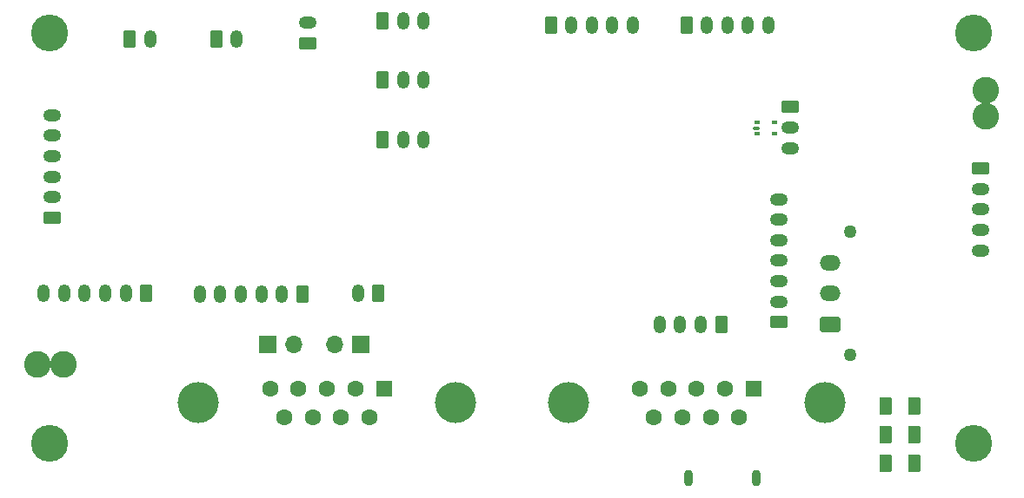
<source format=gbr>
%TF.GenerationSoftware,KiCad,Pcbnew,9.0.0*%
%TF.CreationDate,2025-07-15T20:23:25+12:00*%
%TF.ProjectId,ADC_Board,4144435f-426f-4617-9264-2e6b69636164,B*%
%TF.SameCoordinates,Original*%
%TF.FileFunction,Soldermask,Bot*%
%TF.FilePolarity,Negative*%
%FSLAX46Y46*%
G04 Gerber Fmt 4.6, Leading zero omitted, Abs format (unit mm)*
G04 Created by KiCad (PCBNEW 9.0.0) date 2025-07-15 20:23:25*
%MOMM*%
%LPD*%
G01*
G04 APERTURE LIST*
G04 Aperture macros list*
%AMRoundRect*
0 Rectangle with rounded corners*
0 $1 Rounding radius*
0 $2 $3 $4 $5 $6 $7 $8 $9 X,Y pos of 4 corners*
0 Add a 4 corners polygon primitive as box body*
4,1,4,$2,$3,$4,$5,$6,$7,$8,$9,$2,$3,0*
0 Add four circle primitives for the rounded corners*
1,1,$1+$1,$2,$3*
1,1,$1+$1,$4,$5*
1,1,$1+$1,$6,$7*
1,1,$1+$1,$8,$9*
0 Add four rect primitives between the rounded corners*
20,1,$1+$1,$2,$3,$4,$5,0*
20,1,$1+$1,$4,$5,$6,$7,0*
20,1,$1+$1,$6,$7,$8,$9,0*
20,1,$1+$1,$8,$9,$2,$3,0*%
G04 Aperture macros list end*
%ADD10RoundRect,0.250000X-0.625000X0.350000X-0.625000X-0.350000X0.625000X-0.350000X0.625000X0.350000X0*%
%ADD11O,1.750000X1.200000*%
%ADD12C,3.600000*%
%ADD13R,1.700000X1.700000*%
%ADD14O,1.700000X1.700000*%
%ADD15C,2.600000*%
%ADD16RoundRect,0.250000X0.625000X-0.350000X0.625000X0.350000X-0.625000X0.350000X-0.625000X-0.350000X0*%
%ADD17RoundRect,0.250000X0.350000X0.625000X-0.350000X0.625000X-0.350000X-0.625000X0.350000X-0.625000X0*%
%ADD18O,1.200000X1.750000*%
%ADD19O,0.900000X1.600000*%
%ADD20RoundRect,0.250000X-0.350000X-0.625000X0.350000X-0.625000X0.350000X0.625000X-0.350000X0.625000X0*%
%ADD21C,1.270000*%
%ADD22RoundRect,0.250001X0.759999X-0.499999X0.759999X0.499999X-0.759999X0.499999X-0.759999X-0.499999X0*%
%ADD23O,2.020000X1.500000*%
%ADD24RoundRect,0.095000X-0.155000X-0.095000X0.155000X-0.095000X0.155000X0.095000X-0.155000X0.095000X0*%
%ADD25RoundRect,0.075000X-0.250000X-0.075000X0.250000X-0.075000X0.250000X0.075000X-0.250000X0.075000X0*%
%ADD26C,4.000000*%
%ADD27R,1.600000X1.600000*%
%ADD28C,1.600000*%
%ADD29RoundRect,0.250000X-0.375000X-0.625000X0.375000X-0.625000X0.375000X0.625000X-0.375000X0.625000X0*%
G04 APERTURE END LIST*
D10*
%TO.C,J2*%
X167150000Y-82200000D03*
D11*
X167150000Y-84200000D03*
X167150000Y-86200000D03*
%TD*%
D12*
%TO.C,H4*%
X185000000Y-115000000D03*
%TD*%
D13*
%TO.C,J8*%
X125275000Y-105400000D03*
D14*
X122735000Y-105400000D03*
%TD*%
D15*
%TO.C,TP19*%
X93830000Y-107300000D03*
X96370000Y-107300000D03*
%TD*%
D13*
%TO.C,J9*%
X116200000Y-105400000D03*
D14*
X118740000Y-105400000D03*
%TD*%
D15*
%TO.C,TP20*%
X186200000Y-83140000D03*
X186200000Y-80600000D03*
%TD*%
D16*
%TO.C,J3*%
X166050000Y-103200000D03*
D11*
X166050000Y-101200000D03*
X166050000Y-99200000D03*
X166050000Y-97200000D03*
X166050000Y-95200000D03*
X166050000Y-93200000D03*
X166050000Y-91200000D03*
%TD*%
D12*
%TO.C,H3*%
X95000000Y-115000000D03*
%TD*%
D17*
%TO.C,J1*%
X160400000Y-103400000D03*
D18*
X158400000Y-103400000D03*
X156400000Y-103400000D03*
X154400000Y-103400000D03*
%TD*%
D12*
%TO.C,H1*%
X95000000Y-75000000D03*
%TD*%
%TO.C,H2*%
X185000000Y-75000000D03*
%TD*%
D19*
%TO.C,J4*%
X157200000Y-118400000D03*
X163800000Y-118400000D03*
%TD*%
D20*
%TO.C,J15*%
X127400000Y-73750000D03*
D18*
X129400000Y-73750000D03*
X131400000Y-73750000D03*
%TD*%
D17*
%TO.C,J14*%
X119600000Y-100450000D03*
D18*
X117600000Y-100450000D03*
X115600000Y-100450000D03*
X113600000Y-100450000D03*
X111600000Y-100450000D03*
X109600000Y-100450000D03*
%TD*%
D20*
%TO.C,J20*%
X102800000Y-75600000D03*
D18*
X104800000Y-75600000D03*
%TD*%
D20*
%TO.C,J7*%
X157000000Y-74200000D03*
D18*
X159000000Y-74200000D03*
X161000000Y-74200000D03*
X163000000Y-74200000D03*
X165000000Y-74200000D03*
%TD*%
D21*
%TO.C,J12*%
X172960000Y-106400000D03*
X172960000Y-94400000D03*
D22*
X171000000Y-103400000D03*
D23*
X171000000Y-100400000D03*
X171000000Y-97400000D03*
%TD*%
D24*
%TO.C,D1*%
X163900000Y-84800000D03*
D25*
X163820000Y-84260000D03*
D24*
X163900000Y-83720000D03*
X165600000Y-83720000D03*
X165600000Y-84800000D03*
%TD*%
D26*
%TO.C,J11*%
X134500000Y-111080000D03*
X109500000Y-111080000D03*
D27*
X127540000Y-109660000D03*
D28*
X124770000Y-109660000D03*
X122000000Y-109660000D03*
X119230000Y-109660000D03*
X116460000Y-109660000D03*
X126155000Y-112500000D03*
X123385000Y-112500000D03*
X120615000Y-112500000D03*
X117845000Y-112500000D03*
%TD*%
D20*
%TO.C,J10*%
X143800000Y-74200000D03*
D18*
X145800000Y-74200000D03*
X147800000Y-74200000D03*
X149800000Y-74200000D03*
X151800000Y-74200000D03*
%TD*%
D20*
%TO.C,J17*%
X127400000Y-79550000D03*
D18*
X129400000Y-79550000D03*
X131400000Y-79550000D03*
%TD*%
D29*
%TO.C,D6*%
X176400000Y-114200000D03*
X179200000Y-114200000D03*
%TD*%
D16*
%TO.C,J13*%
X95200000Y-93000000D03*
D11*
X95200000Y-91000000D03*
X95200000Y-89000000D03*
X95200000Y-87000000D03*
X95200000Y-85000000D03*
X95200000Y-83000000D03*
%TD*%
D29*
%TO.C,D7*%
X176400000Y-117000000D03*
X179200000Y-117000000D03*
%TD*%
D10*
%TO.C,J5*%
X185650000Y-88200000D03*
D11*
X185650000Y-90200000D03*
X185650000Y-92200000D03*
X185650000Y-94200000D03*
X185650000Y-96200000D03*
%TD*%
D17*
%TO.C,J18*%
X127000000Y-100400000D03*
D18*
X125000000Y-100400000D03*
%TD*%
D16*
%TO.C,J22*%
X120150000Y-76000000D03*
D11*
X120150000Y-74000000D03*
%TD*%
D26*
%TO.C,J6*%
X170500000Y-111080000D03*
X145500000Y-111080000D03*
D27*
X163540000Y-109660000D03*
D28*
X160770000Y-109660000D03*
X158000000Y-109660000D03*
X155230000Y-109660000D03*
X152460000Y-109660000D03*
X162155000Y-112500000D03*
X159385000Y-112500000D03*
X156615000Y-112500000D03*
X153845000Y-112500000D03*
%TD*%
D20*
%TO.C,J19*%
X127400000Y-85350000D03*
D18*
X129400000Y-85350000D03*
X131400000Y-85350000D03*
%TD*%
D20*
%TO.C,J21*%
X111200000Y-75530000D03*
D18*
X113200000Y-75530000D03*
%TD*%
D17*
%TO.C,J16*%
X104400000Y-100400000D03*
D18*
X102400000Y-100400000D03*
X100400000Y-100400000D03*
X98400000Y-100400000D03*
X96400000Y-100400000D03*
X94400000Y-100400000D03*
%TD*%
D29*
%TO.C,D5*%
X176400000Y-111400000D03*
X179200000Y-111400000D03*
%TD*%
M02*

</source>
